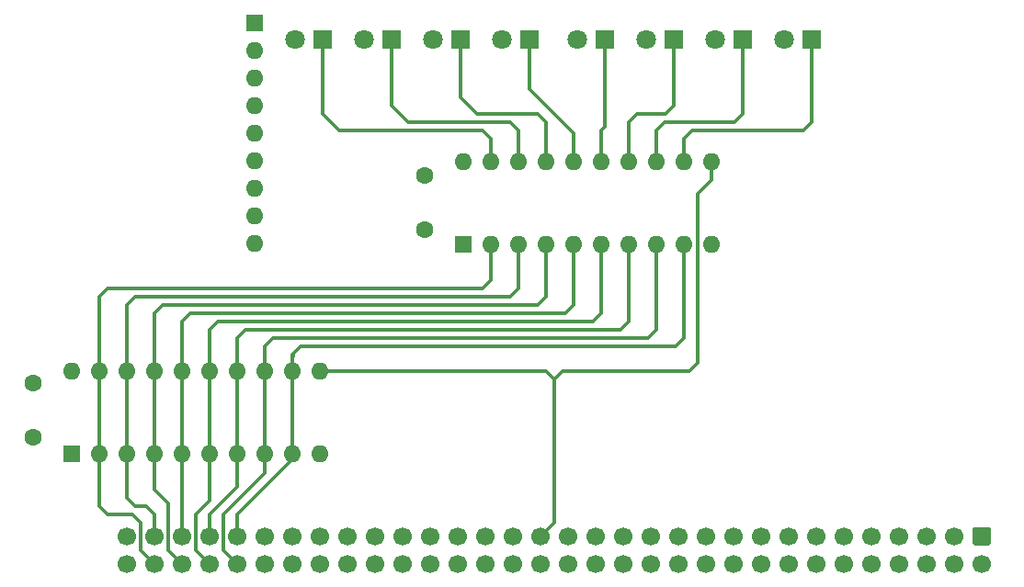
<source format=gtl>
G04 #@! TF.GenerationSoftware,KiCad,Pcbnew,5.1.6-c6e7f7d~87~ubuntu18.04.1*
G04 #@! TF.CreationDate,2020-09-06T16:42:54+12:00*
G04 #@! TF.ProjectId,M1 Temp Register,4d312054-656d-4702-9052-656769737465,rev?*
G04 #@! TF.SameCoordinates,Original*
G04 #@! TF.FileFunction,Copper,L1,Top*
G04 #@! TF.FilePolarity,Positive*
%FSLAX46Y46*%
G04 Gerber Fmt 4.6, Leading zero omitted, Abs format (unit mm)*
G04 Created by KiCad (PCBNEW 5.1.6-c6e7f7d~87~ubuntu18.04.1) date 2020-09-06 16:42:54*
%MOMM*%
%LPD*%
G01*
G04 APERTURE LIST*
G04 #@! TA.AperFunction,ComponentPad*
%ADD10C,1.600000*%
G04 #@! TD*
G04 #@! TA.AperFunction,ComponentPad*
%ADD11C,1.700000*%
G04 #@! TD*
G04 #@! TA.AperFunction,ComponentPad*
%ADD12R,1.600000X1.600000*%
G04 #@! TD*
G04 #@! TA.AperFunction,ComponentPad*
%ADD13O,1.600000X1.600000*%
G04 #@! TD*
G04 #@! TA.AperFunction,ComponentPad*
%ADD14C,1.800000*%
G04 #@! TD*
G04 #@! TA.AperFunction,ComponentPad*
%ADD15R,1.800000X1.800000*%
G04 #@! TD*
G04 #@! TA.AperFunction,Conductor*
%ADD16C,0.330200*%
G04 #@! TD*
G04 #@! TA.AperFunction,Conductor*
%ADD17C,0.406400*%
G04 #@! TD*
G04 APERTURE END LIST*
D10*
X140589000Y-102215000D03*
X140589000Y-107215000D03*
G04 #@! TA.AperFunction,ComponentPad*
G36*
G01*
X191297000Y-134659000D02*
X192497000Y-134659000D01*
G75*
G02*
X192747000Y-134909000I0J-250000D01*
G01*
X192747000Y-136109000D01*
G75*
G02*
X192497000Y-136359000I-250000J0D01*
G01*
X191297000Y-136359000D01*
G75*
G02*
X191047000Y-136109000I0J250000D01*
G01*
X191047000Y-134909000D01*
G75*
G02*
X191297000Y-134659000I250000J0D01*
G01*
G37*
G04 #@! TD.AperFunction*
D11*
X189357000Y-135509000D03*
X186817000Y-135509000D03*
X184277000Y-135509000D03*
X181737000Y-135509000D03*
X179197000Y-135509000D03*
X176657000Y-135509000D03*
X174117000Y-135509000D03*
X171577000Y-135509000D03*
X169037000Y-135509000D03*
X166497000Y-135509000D03*
X163957000Y-135509000D03*
X161417000Y-135509000D03*
X158877000Y-135509000D03*
X156337000Y-135509000D03*
X153797000Y-135509000D03*
X151257000Y-135509000D03*
X148717000Y-135509000D03*
X146177000Y-135509000D03*
X143637000Y-135509000D03*
X141097000Y-135509000D03*
X138557000Y-135509000D03*
X136017000Y-135509000D03*
X133477000Y-135509000D03*
X130937000Y-135509000D03*
X128397000Y-135509000D03*
X125857000Y-135509000D03*
X123317000Y-135509000D03*
X120777000Y-135509000D03*
X118237000Y-135509000D03*
X115697000Y-135509000D03*
X113157000Y-135509000D03*
X191897000Y-138049000D03*
X189357000Y-138049000D03*
X186817000Y-138049000D03*
X184277000Y-138049000D03*
X181737000Y-138049000D03*
X179197000Y-138049000D03*
X176657000Y-138049000D03*
X174117000Y-138049000D03*
X171577000Y-138049000D03*
X169037000Y-138049000D03*
X166497000Y-138049000D03*
X163957000Y-138049000D03*
X161417000Y-138049000D03*
X158877000Y-138049000D03*
X156337000Y-138049000D03*
X153797000Y-138049000D03*
X151257000Y-138049000D03*
X148717000Y-138049000D03*
X146177000Y-138049000D03*
X143637000Y-138049000D03*
X141097000Y-138049000D03*
X138557000Y-138049000D03*
X136017000Y-138049000D03*
X133477000Y-138049000D03*
X130937000Y-138049000D03*
X128397000Y-138049000D03*
X125857000Y-138049000D03*
X123317000Y-138049000D03*
X120777000Y-138049000D03*
X118237000Y-138049000D03*
X115697000Y-138049000D03*
X113157000Y-138049000D03*
D12*
X124968000Y-88165000D03*
D13*
X124968000Y-90705000D03*
X124968000Y-93245000D03*
X124968000Y-95785000D03*
X124968000Y-98325000D03*
X124968000Y-100865000D03*
X124968000Y-103405000D03*
X124968000Y-105945000D03*
X124968000Y-108485000D03*
D14*
X141351000Y-89689000D03*
D15*
X143891000Y-89689000D03*
X137541000Y-89689000D03*
D14*
X135001000Y-89689000D03*
D15*
X150241000Y-89689000D03*
D14*
X147701000Y-89689000D03*
D15*
X131191000Y-89689000D03*
D14*
X128651000Y-89689000D03*
X154686000Y-89689000D03*
D15*
X157226000Y-89689000D03*
D14*
X173736000Y-89689000D03*
D15*
X176276000Y-89689000D03*
D14*
X161036000Y-89689000D03*
D15*
X163576000Y-89689000D03*
X169926000Y-89689000D03*
D14*
X167386000Y-89689000D03*
D10*
X104521000Y-126365000D03*
X104521000Y-121365000D03*
D12*
X108077000Y-127889000D03*
D13*
X130937000Y-120269000D03*
X110617000Y-127889000D03*
X128397000Y-120269000D03*
X113157000Y-127889000D03*
X125857000Y-120269000D03*
X115697000Y-127889000D03*
X123317000Y-120269000D03*
X118237000Y-127889000D03*
X120777000Y-120269000D03*
X120777000Y-127889000D03*
X118237000Y-120269000D03*
X123317000Y-127889000D03*
X115697000Y-120269000D03*
X125857000Y-127889000D03*
X113157000Y-120269000D03*
X128397000Y-127889000D03*
X110617000Y-120269000D03*
X130937000Y-127889000D03*
X108077000Y-120269000D03*
X144145000Y-100992000D03*
X167005000Y-108612000D03*
X146685000Y-100992000D03*
X164465000Y-108612000D03*
X149225000Y-100992000D03*
X161925000Y-108612000D03*
X151765000Y-100992000D03*
X159385000Y-108612000D03*
X154305000Y-100992000D03*
X156845000Y-108612000D03*
X156845000Y-100992000D03*
X154305000Y-108612000D03*
X159385000Y-100992000D03*
X151765000Y-108612000D03*
X161925000Y-100992000D03*
X149225000Y-108612000D03*
X164465000Y-100992000D03*
X146685000Y-108612000D03*
X167005000Y-100992000D03*
D12*
X144145000Y-108612000D03*
D16*
X154305000Y-98325000D02*
X154305000Y-100865000D01*
X150876000Y-94896000D02*
X154305000Y-98325000D01*
X150241000Y-94261000D02*
X150876000Y-94896000D01*
X150241000Y-89689000D02*
X150241000Y-94261000D01*
X165227000Y-98071000D02*
X164465000Y-98833000D01*
X164465000Y-98833000D02*
X164465000Y-100865000D01*
X176276000Y-97309000D02*
X175514000Y-98071000D01*
X176276000Y-89689000D02*
X176276000Y-97309000D01*
X175514000Y-98071000D02*
X165227000Y-98071000D01*
X144526000Y-95658000D02*
X145415000Y-96547000D01*
X145415000Y-96547000D02*
X151003000Y-96547000D01*
X151003000Y-96547000D02*
X151765000Y-97309000D01*
X151765000Y-97309000D02*
X151765000Y-100865000D01*
X143891000Y-95023000D02*
X144526000Y-95658000D01*
X143891000Y-89689000D02*
X143891000Y-95023000D01*
X139065000Y-97309000D02*
X148463000Y-97309000D01*
X148463000Y-97309000D02*
X149225000Y-98071000D01*
X149225000Y-98071000D02*
X149225000Y-100865000D01*
X138176000Y-96420000D02*
X139065000Y-97309000D01*
X137541000Y-95785000D02*
X138176000Y-96420000D01*
X137541000Y-89689000D02*
X137541000Y-95785000D01*
X132715000Y-98071000D02*
X145923000Y-98071000D01*
X146685000Y-98833000D02*
X146685000Y-100865000D01*
X145923000Y-98071000D02*
X146685000Y-98833000D01*
X131191000Y-96547000D02*
X132715000Y-98071000D01*
X131191000Y-89689000D02*
X131191000Y-96547000D01*
X156845000Y-98071000D02*
X156845000Y-100865000D01*
X157226000Y-97690000D02*
X157162500Y-97753500D01*
X157226000Y-89689000D02*
X157226000Y-97690000D01*
X157162500Y-97753500D02*
X156845000Y-98071000D01*
X159385000Y-97309000D02*
X159385000Y-100865000D01*
X160147000Y-96547000D02*
X159385000Y-97309000D01*
X163576000Y-95785000D02*
X162814000Y-96547000D01*
X163576000Y-89689000D02*
X163576000Y-95785000D01*
X162814000Y-96547000D02*
X160147000Y-96547000D01*
X162687000Y-97309000D02*
X161925000Y-98071000D01*
X161925000Y-98071000D02*
X161925000Y-100865000D01*
X169926000Y-96547000D02*
X169164000Y-97309000D01*
X169926000Y-89689000D02*
X169926000Y-96547000D01*
X169164000Y-97309000D02*
X162687000Y-97309000D01*
X125857000Y-120269000D02*
X125857000Y-127889000D01*
X161925000Y-116459000D02*
X161925000Y-108612000D01*
X161163000Y-117221000D02*
X161925000Y-116459000D01*
X126619000Y-117221000D02*
X161163000Y-117221000D01*
X125857000Y-117983000D02*
X126619000Y-117221000D01*
X125857000Y-120269000D02*
X125857000Y-117983000D01*
X125857000Y-129667000D02*
X122047000Y-133477000D01*
X125857000Y-129667000D02*
X125857000Y-127889000D01*
X122047000Y-133477000D02*
X122047000Y-136779000D01*
X122047000Y-136779000D02*
X123317000Y-138049000D01*
X120777000Y-120269000D02*
X120777000Y-127889000D01*
X156845000Y-114935000D02*
X156845000Y-108612000D01*
X156083000Y-115697000D02*
X156845000Y-114935000D01*
X121539000Y-115697000D02*
X156083000Y-115697000D01*
X120777000Y-116459000D02*
X121539000Y-115697000D01*
X120777000Y-120269000D02*
X120777000Y-116459000D01*
X120777000Y-127889000D02*
X120777000Y-132207000D01*
X120777000Y-132207000D02*
X119507000Y-133477000D01*
X119507000Y-136779000D02*
X120777000Y-138049000D01*
X119507000Y-133477000D02*
X119507000Y-136779000D01*
X115697000Y-120269000D02*
X115697000Y-127889000D01*
X151765000Y-113411000D02*
X151765000Y-108612000D01*
X151003000Y-114173000D02*
X151765000Y-113411000D01*
X116459000Y-114173000D02*
X151003000Y-114173000D01*
X115697000Y-114935000D02*
X116459000Y-114173000D01*
X115697000Y-120269000D02*
X115697000Y-114935000D01*
X116967000Y-136779000D02*
X118237000Y-138049000D01*
X116967000Y-132461000D02*
X116967000Y-136779000D01*
X115697000Y-131191000D02*
X116967000Y-132461000D01*
X115697000Y-127889000D02*
X115697000Y-131191000D01*
X111379000Y-133477000D02*
X110617000Y-132715000D01*
X110617000Y-132715000D02*
X110617000Y-127889000D01*
X110617000Y-120269000D02*
X110617000Y-127889000D01*
X146685000Y-111887000D02*
X146685000Y-108612000D01*
X145923000Y-112649000D02*
X146685000Y-111887000D01*
X111379000Y-112649000D02*
X145923000Y-112649000D01*
X110617000Y-113411000D02*
X111379000Y-112649000D01*
X110617000Y-120269000D02*
X110617000Y-113411000D01*
X113665000Y-133477000D02*
X114427000Y-134239000D01*
X113665000Y-133477000D02*
X111379000Y-133477000D01*
X114427000Y-134239000D02*
X114427000Y-136779000D01*
X114427000Y-136779000D02*
X115697000Y-138049000D01*
X167005000Y-102643000D02*
X167005000Y-100992000D01*
X165735000Y-103913000D02*
X167005000Y-102643000D01*
X130937000Y-120269000D02*
X151765000Y-120269000D01*
X151765000Y-120269000D02*
X152527000Y-121031000D01*
X152527000Y-121031000D02*
X153289000Y-120269000D01*
X153289000Y-120269000D02*
X164973000Y-120269000D01*
X164973000Y-120269000D02*
X165735000Y-119507000D01*
X165735000Y-119507000D02*
X165735000Y-103913000D01*
X151257000Y-135509000D02*
X152527000Y-134239000D01*
X152527000Y-121031000D02*
X152527000Y-134239000D01*
X128397000Y-120269000D02*
X128397000Y-127889000D01*
X128397000Y-120269000D02*
X128397000Y-118872000D01*
D17*
X128397000Y-118872000D02*
X128397000Y-118745000D01*
D16*
X128397000Y-118745000D02*
X129159000Y-117983000D01*
X129159000Y-117983000D02*
X163703000Y-117983000D01*
X163703000Y-117983000D02*
X164465000Y-117221000D01*
X164465000Y-117221000D02*
X164465000Y-108612000D01*
X128397000Y-128397000D02*
X128397000Y-127889000D01*
X123317000Y-133477000D02*
X128397000Y-128397000D01*
X123317000Y-135509000D02*
X123317000Y-133477000D01*
X123317000Y-120269000D02*
X123317000Y-127889000D01*
X159385000Y-115697000D02*
X159385000Y-108612000D01*
X158623000Y-116459000D02*
X159385000Y-115697000D01*
X124079000Y-116459000D02*
X158623000Y-116459000D01*
X123317000Y-117221000D02*
X124079000Y-116459000D01*
X123317000Y-120269000D02*
X123317000Y-117221000D01*
X120777000Y-133477000D02*
X120777000Y-135509000D01*
X123317000Y-130937000D02*
X120777000Y-133477000D01*
X123317000Y-127889000D02*
X123317000Y-130937000D01*
X118237000Y-130683000D02*
X118237000Y-127889000D01*
X118237000Y-120269000D02*
X118237000Y-127889000D01*
X153543000Y-114935000D02*
X154305000Y-114173000D01*
X118999000Y-114935000D02*
X153543000Y-114935000D01*
X154305000Y-114173000D02*
X154305000Y-108612000D01*
X118237000Y-115697000D02*
X118999000Y-114935000D01*
X118237000Y-120269000D02*
X118237000Y-115697000D01*
X118237000Y-130683000D02*
X118237000Y-135509000D01*
X113919000Y-132715000D02*
X113157000Y-131953000D01*
X113157000Y-131953000D02*
X113157000Y-127889000D01*
X113157000Y-120269000D02*
X113157000Y-127889000D01*
X149225000Y-112649000D02*
X149225000Y-108612000D01*
X113919000Y-113411000D02*
X148463000Y-113411000D01*
X148463000Y-113411000D02*
X149225000Y-112649000D01*
X113157000Y-114173000D02*
X113919000Y-113411000D01*
X113157000Y-120269000D02*
X113157000Y-114173000D01*
X114935000Y-132715000D02*
X115697000Y-133477000D01*
X114935000Y-132715000D02*
X113919000Y-132715000D01*
X115697000Y-133477000D02*
X115697000Y-135509000D01*
M02*

</source>
